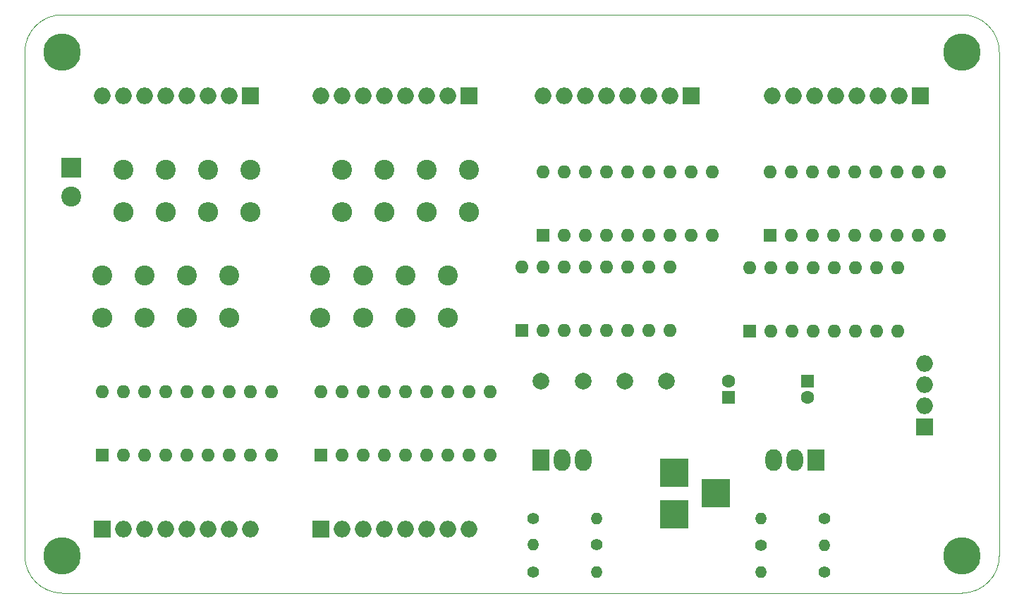
<source format=gbr>
G04 #@! TF.FileFunction,Soldermask,Bot*
%FSLAX46Y46*%
G04 Gerber Fmt 4.6, Leading zero omitted, Abs format (unit mm)*
G04 Created by KiCad (PCBNEW 4.0.6) date 12/19/17 11:22:06*
%MOMM*%
%LPD*%
G01*
G04 APERTURE LIST*
%ADD10C,0.100000*%
%ADD11R,1.600000X1.600000*%
%ADD12O,1.600000X1.600000*%
%ADD13C,2.400000*%
%ADD14O,2.400000X2.400000*%
%ADD15O,1.998980X1.998980*%
%ADD16R,1.998980X1.998980*%
%ADD17C,1.400000*%
%ADD18O,1.400000X1.400000*%
%ADD19R,2.000000X2.600000*%
%ADD20O,2.000000X2.600000*%
%ADD21C,2.000000*%
%ADD22C,1.600000*%
%ADD23R,3.500000X3.500000*%
%ADD24C,4.500880*%
%ADD25R,2.400000X2.400000*%
G04 APERTURE END LIST*
D10*
X65000000Y-117500000D02*
X65000000Y-118000000D01*
X65000000Y-57500000D02*
X65000000Y-117500000D01*
X69500000Y-53000000D02*
G75*
G03X65000000Y-57500000I0J-4500000D01*
G01*
X65000000Y-118000000D02*
G75*
G03X69500000Y-122500000I4500000J0D01*
G01*
X177500000Y-122500000D02*
X69500000Y-122500000D01*
X177500000Y-53000000D02*
X69500000Y-53000000D01*
X177500000Y-122500000D02*
G75*
G03X182000000Y-118000000I0J4500000D01*
G01*
X182000000Y-57500000D02*
X182000000Y-118000000D01*
X182000000Y-57500000D02*
G75*
G03X177500000Y-53000000I-4500000J0D01*
G01*
D11*
X152000000Y-91000000D03*
D12*
X169780000Y-83380000D03*
X154540000Y-91000000D03*
X167240000Y-83380000D03*
X157080000Y-91000000D03*
X164700000Y-83380000D03*
X159620000Y-91000000D03*
X162160000Y-83380000D03*
X162160000Y-91000000D03*
X159620000Y-83380000D03*
X164700000Y-91000000D03*
X157080000Y-83380000D03*
X167240000Y-91000000D03*
X154540000Y-83380000D03*
X169780000Y-91000000D03*
X152000000Y-83380000D03*
D13*
X105600000Y-84290000D03*
D14*
X105600000Y-89370000D03*
D11*
X127200000Y-79490000D03*
D12*
X147520000Y-71870000D03*
X129740000Y-79490000D03*
X144980000Y-71870000D03*
X132280000Y-79490000D03*
X142440000Y-71870000D03*
X134820000Y-79490000D03*
X139900000Y-71870000D03*
X137360000Y-79490000D03*
X137360000Y-71870000D03*
X139900000Y-79490000D03*
X134820000Y-71870000D03*
X142440000Y-79490000D03*
X132280000Y-71870000D03*
X144980000Y-79490000D03*
X129740000Y-71870000D03*
X147520000Y-79490000D03*
X127200000Y-71870000D03*
D11*
X154500000Y-79500000D03*
D12*
X174820000Y-71880000D03*
X157040000Y-79500000D03*
X172280000Y-71880000D03*
X159580000Y-79500000D03*
X169740000Y-71880000D03*
X162120000Y-79500000D03*
X167200000Y-71880000D03*
X164660000Y-79500000D03*
X164660000Y-71880000D03*
X167200000Y-79500000D03*
X162120000Y-71880000D03*
X169740000Y-79500000D03*
X159580000Y-71880000D03*
X172280000Y-79500000D03*
X157040000Y-71880000D03*
X174820000Y-79500000D03*
X154500000Y-71880000D03*
D11*
X124660000Y-90920000D03*
D12*
X142440000Y-83300000D03*
X127200000Y-90920000D03*
X139900000Y-83300000D03*
X129740000Y-90920000D03*
X137360000Y-83300000D03*
X132280000Y-90920000D03*
X134820000Y-83300000D03*
X134820000Y-90920000D03*
X132280000Y-83300000D03*
X137360000Y-90920000D03*
X129740000Y-83300000D03*
X139900000Y-90920000D03*
X127200000Y-83300000D03*
X142440000Y-90920000D03*
X124660000Y-83300000D03*
D11*
X74270000Y-105880000D03*
D12*
X94590000Y-98260000D03*
X76810000Y-105880000D03*
X92050000Y-98260000D03*
X79350000Y-105880000D03*
X89510000Y-98260000D03*
X81890000Y-105880000D03*
X86970000Y-98260000D03*
X84430000Y-105880000D03*
X84430000Y-98260000D03*
X86970000Y-105880000D03*
X81890000Y-98260000D03*
X89510000Y-105880000D03*
X79350000Y-98260000D03*
X92050000Y-105880000D03*
X76810000Y-98260000D03*
X94590000Y-105880000D03*
X74270000Y-98260000D03*
D11*
X100520000Y-105880000D03*
D12*
X120840000Y-98260000D03*
X103060000Y-105880000D03*
X118300000Y-98260000D03*
X105600000Y-105880000D03*
X115760000Y-98260000D03*
X108140000Y-105880000D03*
X113220000Y-98260000D03*
X110680000Y-105880000D03*
X110680000Y-98260000D03*
X113220000Y-105880000D03*
X108140000Y-98260000D03*
X115760000Y-105880000D03*
X105600000Y-98260000D03*
X118300000Y-105880000D03*
X103060000Y-98260000D03*
X120840000Y-105880000D03*
X100520000Y-98260000D03*
D15*
X108140000Y-114770000D03*
D16*
X100520000Y-114770000D03*
D15*
X103060000Y-114770000D03*
X105600000Y-114770000D03*
X110680000Y-114770000D03*
X113220000Y-114770000D03*
X115760000Y-114770000D03*
X118300000Y-114770000D03*
X81890000Y-114770000D03*
D16*
X74270000Y-114770000D03*
D15*
X76810000Y-114770000D03*
X79350000Y-114770000D03*
X84430000Y-114770000D03*
X86970000Y-114770000D03*
X89510000Y-114770000D03*
X92050000Y-114770000D03*
X110680000Y-62700000D03*
D16*
X118300000Y-62700000D03*
D15*
X115760000Y-62700000D03*
X113220000Y-62700000D03*
X108140000Y-62700000D03*
X105600000Y-62700000D03*
X103060000Y-62700000D03*
X100520000Y-62700000D03*
X84430000Y-62700000D03*
D16*
X92050000Y-62700000D03*
D15*
X89510000Y-62700000D03*
X86970000Y-62700000D03*
X81890000Y-62700000D03*
X79350000Y-62700000D03*
X76810000Y-62700000D03*
X74270000Y-62700000D03*
X164880000Y-62700000D03*
D16*
X172500000Y-62700000D03*
D15*
X169960000Y-62700000D03*
X167420000Y-62700000D03*
X162340000Y-62700000D03*
X159800000Y-62700000D03*
X157260000Y-62700000D03*
X154720000Y-62700000D03*
X137380000Y-62700000D03*
D16*
X145000000Y-62700000D03*
D15*
X142460000Y-62700000D03*
X139920000Y-62700000D03*
X134840000Y-62700000D03*
X132300000Y-62700000D03*
X129760000Y-62700000D03*
X127220000Y-62700000D03*
X173000000Y-94880000D03*
D16*
X173000000Y-102500000D03*
D15*
X173000000Y-99960000D03*
X173000000Y-97420000D03*
D17*
X126000000Y-113500000D03*
D18*
X133620000Y-113500000D03*
D17*
X133650000Y-116700000D03*
D18*
X126030000Y-116700000D03*
D17*
X126000000Y-120000000D03*
D18*
X133620000Y-120000000D03*
D17*
X161000000Y-113500000D03*
D18*
X153380000Y-113500000D03*
D17*
X153350000Y-116725000D03*
D18*
X160970000Y-116725000D03*
D17*
X161000000Y-120000000D03*
D18*
X153380000Y-120000000D03*
D19*
X127000000Y-106500000D03*
D20*
X129540000Y-106500000D03*
X132080000Y-106500000D03*
D19*
X160000000Y-106500000D03*
D20*
X157460000Y-106500000D03*
X154920000Y-106500000D03*
D21*
X132000000Y-97000000D03*
X127000000Y-97000000D03*
X137000000Y-97000000D03*
X142000000Y-97000000D03*
D11*
X159000000Y-97000000D03*
D22*
X159000000Y-99000000D03*
D11*
X149500000Y-99000000D03*
D22*
X149500000Y-97000000D03*
D13*
X100500000Y-84300000D03*
D14*
X100500000Y-89380000D03*
D13*
X103060000Y-71590000D03*
D14*
X103060000Y-76670000D03*
D13*
X108140000Y-71590000D03*
D14*
X108140000Y-76670000D03*
D13*
X110680000Y-84290000D03*
D14*
X110680000Y-89370000D03*
D13*
X113220000Y-71590000D03*
D14*
X113220000Y-76670000D03*
D13*
X115760000Y-84290000D03*
D14*
X115760000Y-89370000D03*
D13*
X118300000Y-71590000D03*
D14*
X118300000Y-76670000D03*
D13*
X74270000Y-84290000D03*
D14*
X74270000Y-89370000D03*
D13*
X76810000Y-71590000D03*
D14*
X76810000Y-76670000D03*
D13*
X79350000Y-84290000D03*
D14*
X79350000Y-89370000D03*
D13*
X81890000Y-71590000D03*
D14*
X81890000Y-76670000D03*
D13*
X84430000Y-84290000D03*
D14*
X84430000Y-89370000D03*
D13*
X86970000Y-71590000D03*
D14*
X86970000Y-76670000D03*
D13*
X89510000Y-84290000D03*
D14*
X89510000Y-89370000D03*
D13*
X92050000Y-71590000D03*
D14*
X92050000Y-76670000D03*
D23*
X143000000Y-108000000D03*
X143000000Y-113000000D03*
X148000000Y-110500000D03*
D24*
X69500000Y-57500000D03*
X177500000Y-57500000D03*
X177500000Y-118000000D03*
X69500000Y-118000000D03*
D13*
X70550000Y-74850000D03*
D25*
X70550000Y-71350000D03*
M02*

</source>
